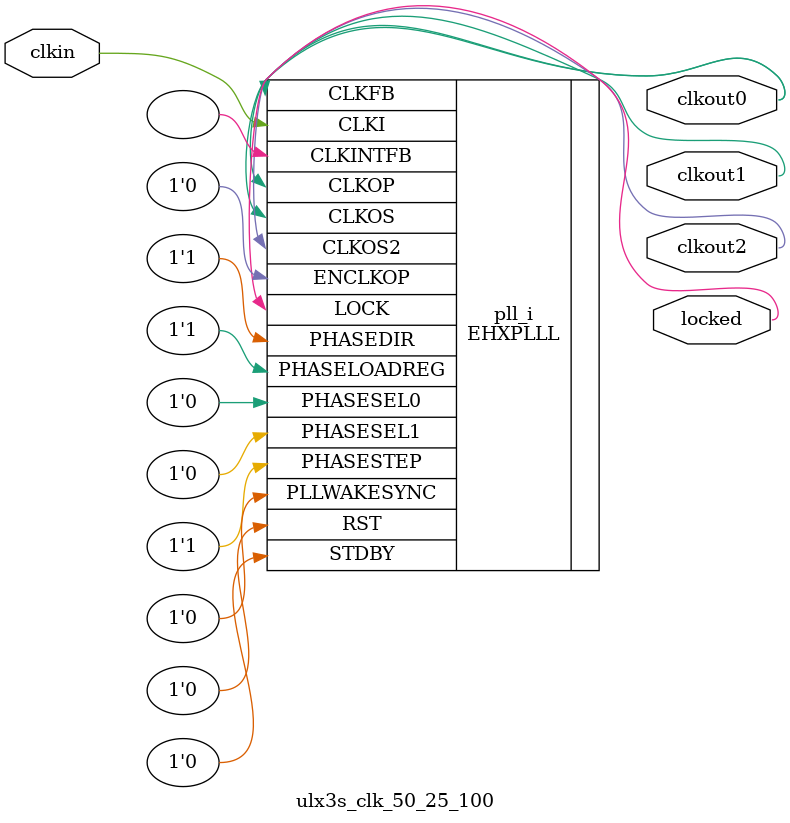
<source format=v>
module ulx3s_clk_50_25_100
(
    input clkin, // 25 MHz, 0 deg
    output clkout0, // 50 MHz, 0 deg
    output clkout1, // 25 MHz, 0 deg
    output clkout2, // 100 MHz, 0 deg
    output locked
);
(* FREQUENCY_PIN_CLKI="25" *)
(* FREQUENCY_PIN_CLKOP="50" *)
(* FREQUENCY_PIN_CLKOS="25" *)
(* FREQUENCY_PIN_CLKOS2="100" *)
(* ICP_CURRENT="12" *) (* LPF_RESISTOR="8" *) (* MFG_ENABLE_FILTEROPAMP="1" *) (* MFG_GMCREF_SEL="2" *)
EHXPLLL #(
        .PLLRST_ENA("DISABLED"),
        .INTFB_WAKE("DISABLED"),
        .STDBY_ENABLE("DISABLED"),
        .DPHASE_SOURCE("DISABLED"),
        .OUTDIVIDER_MUXA("DIVA"),
        .OUTDIVIDER_MUXB("DIVB"),
        .OUTDIVIDER_MUXC("DIVC"),
        .OUTDIVIDER_MUXD("DIVD"),
        .CLKI_DIV(1),
        .CLKOP_ENABLE("ENABLED"),
        .CLKOP_DIV(12),
        .CLKOP_CPHASE(5),
        .CLKOP_FPHASE(0),
        .CLKOS_ENABLE("ENABLED"),
        .CLKOS_DIV(24),
        .CLKOS_CPHASE(5),
        .CLKOS_FPHASE(0),
        .CLKOS2_ENABLE("ENABLED"),
        .CLKOS2_DIV(6),
        .CLKOS2_CPHASE(5),
        .CLKOS2_FPHASE(0),
        .FEEDBK_PATH("CLKOP"),
        .CLKFB_DIV(2)
    ) pll_i (
        .RST(1'b0),
        .STDBY(1'b0),
        .CLKI(clkin),
        .CLKOP(clkout0),
        .CLKOS(clkout1),
        .CLKOS2(clkout2),
        .CLKFB(clkout0),
        .CLKINTFB(),
        .PHASESEL0(1'b0),
        .PHASESEL1(1'b0),
        .PHASEDIR(1'b1),
        .PHASESTEP(1'b1),
        .PHASELOADREG(1'b1),
        .PLLWAKESYNC(1'b0),
        .ENCLKOP(1'b0),
        .LOCK(locked)
	);
endmodule

</source>
